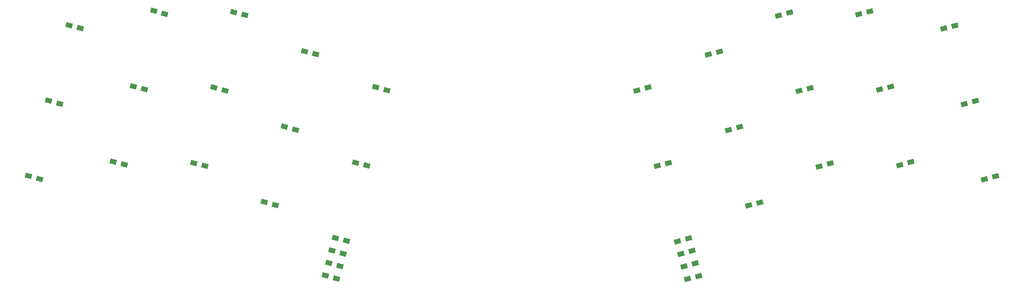
<source format=gbp>
G04 #@! TF.GenerationSoftware,KiCad,Pcbnew,(6.0.4)*
G04 #@! TF.CreationDate,2022-04-18T23:02:15-04:00*
G04 #@! TF.ProjectId,crowboard,63726f77-626f-4617-9264-2e6b69636164,rev?*
G04 #@! TF.SameCoordinates,Original*
G04 #@! TF.FileFunction,Paste,Bot*
G04 #@! TF.FilePolarity,Positive*
%FSLAX46Y46*%
G04 Gerber Fmt 4.6, Leading zero omitted, Abs format (unit mm)*
G04 Created by KiCad (PCBNEW (6.0.4)) date 2022-04-18 23:02:15*
%MOMM*%
%LPD*%
G01*
G04 APERTURE LIST*
G04 Aperture macros list*
%AMRotRect*
0 Rectangle, with rotation*
0 The origin of the aperture is its center*
0 $1 length*
0 $2 width*
0 $3 Rotation angle, in degrees counterclockwise*
0 Add horizontal line*
21,1,$1,$2,0,0,$3*%
G04 Aperture macros list end*
%ADD10RotRect,1.600000X1.200000X345.000000*%
%ADD11RotRect,1.600000X1.200000X15.000000*%
G04 APERTURE END LIST*
D10*
X39159473Y-72398128D03*
X36454881Y-71673434D03*
D11*
X197272900Y-60450450D03*
X199977492Y-59725756D03*
X259665877Y-72493568D03*
X262370469Y-71768874D03*
D10*
X101552450Y-60355010D03*
X98847858Y-59630316D03*
X113995646Y-87519918D03*
X111291054Y-86795224D03*
X109065144Y-105920805D03*
X106360552Y-105196111D03*
D11*
X202203402Y-78851337D03*
X204907994Y-78126643D03*
X239005176Y-68990331D03*
X241709768Y-68265637D03*
D10*
X96621947Y-78755897D03*
X93917355Y-78031203D03*
X74523183Y-87626059D03*
X71818591Y-86901365D03*
D11*
X219371664Y-69320612D03*
X222076256Y-68595918D03*
D10*
X59820173Y-68894891D03*
X57115581Y-68170197D03*
X54889671Y-87295778D03*
X52185079Y-86571084D03*
X91691445Y-97156784D03*
X88986853Y-96432090D03*
X84269485Y-50793551D03*
X81564893Y-50068857D03*
X34228970Y-90799015D03*
X31524378Y-90074321D03*
D11*
X179899201Y-69214470D03*
X182603793Y-68489776D03*
D10*
X44156383Y-54015035D03*
X41451791Y-53290341D03*
D11*
X190581957Y-109083059D03*
X193286549Y-108358365D03*
X192225458Y-115216688D03*
X194930050Y-114491994D03*
X189760206Y-106016244D03*
X192464798Y-105291550D03*
X207133905Y-97252224D03*
X209838497Y-96527530D03*
X243935679Y-87391218D03*
X246640271Y-86666524D03*
D10*
X64750676Y-50494004D03*
X62046084Y-49769310D03*
X106608110Y-115090580D03*
X103903518Y-114365886D03*
D11*
X233959970Y-50620179D03*
X236664562Y-49895485D03*
X184829704Y-87615357D03*
X187534296Y-86890663D03*
X224302167Y-87721499D03*
X227006759Y-86996805D03*
X264596380Y-90894455D03*
X267300972Y-90169761D03*
X254735374Y-54092681D03*
X257439966Y-53367987D03*
X214441161Y-50919725D03*
X217145753Y-50195031D03*
D10*
X107429860Y-112023766D03*
X104725268Y-111299072D03*
X79453686Y-69225172D03*
X76749094Y-68500478D03*
D11*
X191403707Y-112149873D03*
X194108299Y-111425179D03*
D10*
X108243393Y-108987619D03*
X105538801Y-108262925D03*
X118926149Y-69119031D03*
X116221557Y-68394337D03*
M02*

</source>
